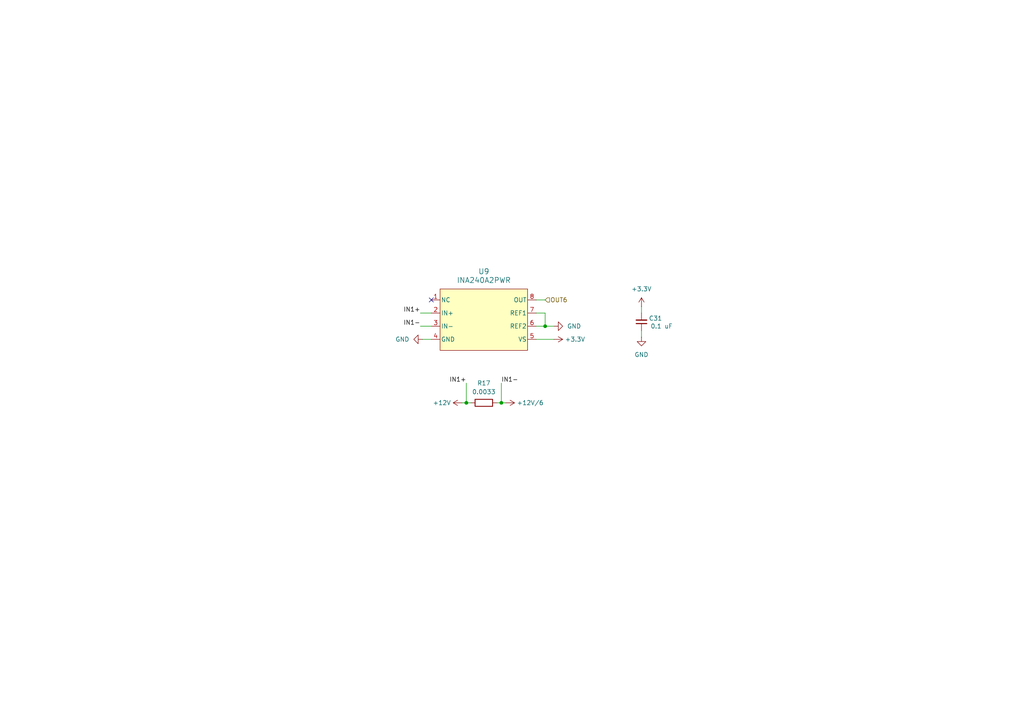
<source format=kicad_sch>
(kicad_sch (version 20231120) (generator "eeschema") (generator_version "8.0")
  (paper "A4")
  (lib_symbols
    (symbol "Device:C_Small" (pin_numbers hide) (pin_names (offset 0.254) hide)
      (property "Reference" "C" (at 0.254 1.778 0))
      (property "Value" "C_Small" (at 0.254 -2.032 0))
      (symbol "C_Small_0_1"
        (polyline (pts (xy -1.524 -0.508) (xy 1.524 -0.508)) (stroke (width 0.3302)))
        (polyline (pts (xy -1.524 0.508) (xy 1.524 0.508)) (stroke (width 0.3048)))
      )
      (symbol "C_Small_1_1"
        (pin passive line (at 0 2.54 270) (length 2.032) (name "~") (number "1"))
        (pin passive line (at 0 -2.54 90) (length 2.032) (name "~") (number "2"))
      )
    )
    (symbol "Device:R" (pin_numbers hide) (pin_names (offset 0))
      (property "Reference" "R" (at 2.032 0 90))
      (property "Value" "R" (at 0 0 90))
      (symbol "R_0_1"
        (rectangle (start -1.016 -2.54) (end 1.016 2.54) (stroke (width 0.254)))
      )
      (symbol "R_1_1"
        (pin passive line (at 0 3.81 270) (length 1.27) (name "~") (number "1"))
        (pin passive line (at 0 -3.81 90) (length 1.27) (name "~") (number "2"))
      )
    )
    (symbol "INA240A2PWR:INA240A2PWR" (pin_names (offset 0.254))
      (property "Reference" "U" (at 20.32 10.16 0))
      (property "Value" "INA240A2PWR" (at 20.32 7.62 0))
      (symbol "INA240A2PWR_1_1"
        (rectangle (start 7.62 5.08) (end 33.02 -12.7) (fill (type background)))
        (pin unspecified line (at 5.08 1.905 0) (length 2.54) (name "NC") (number "1"))
        (pin input line (at 5.08 -1.905 0) (length 2.54) (name "IN+") (number "2"))
        (pin input line (at 5.08 -5.715 0) (length 2.54) (name "IN-") (number "3"))
        (pin power_in line (at 5.08 -9.525 0) (length 2.54) (name "GND") (number "4"))
        (pin power_in line (at 35.56 -9.525 180) (length 2.54) (name "VS") (number "5"))
        (pin input line (at 35.56 -5.715 180) (length 2.54) (name "REF2") (number "6"))
        (pin input line (at 35.56 -1.905 180) (length 2.54) (name "REF1") (number "7"))
        (pin output line (at 35.56 1.905 180) (length 2.54) (name "OUT") (number "8"))
      )
    )
    (symbol "power:+12V" (power) (pin_numbers hide) (pin_names (offset 0) hide)
      (property "Value" "+12V" (at 0 3.556 0))
      (symbol "+12V_0_1"
        (polyline (pts (xy -0.762 1.27) (xy 0 2.54)))
        (polyline (pts (xy 0 0) (xy 0 2.54)))
        (polyline (pts (xy 0 2.54) (xy 0.762 1.27)))
      )
      (symbol "+12V_1_1"
        (pin power_in line (at 0 0 90) (length 0) (name "~") (number "1"))
      )
    )
    (symbol "power:+3.3V" (power) (pin_numbers hide) (pin_names (offset 0) hide)
      (property "Value" "+3.3V" (at 0 3.556 0))
      (symbol "+3.3V_0_1"
        (polyline (pts (xy -0.762 1.27) (xy 0 2.54)))
        (polyline (pts (xy 0 0) (xy 0 2.54)))
        (polyline (pts (xy 0 2.54) (xy 0.762 1.27)))
      )
      (symbol "+3.3V_1_1"
        (pin power_in line (at 0 0 90) (length 0) (name "~") (number "1"))
      )
    )
    (symbol "power:+48V" (power) (pin_numbers hide) (pin_names (offset 0) hide)
      (property "Value" "+48V" (at 0 3.556 0))
      (symbol "+48V_0_1"
        (polyline (pts (xy -0.762 1.27) (xy 0 2.54)))
        (polyline (pts (xy 0 0) (xy 0 2.54)))
        (polyline (pts (xy 0 2.54) (xy 0.762 1.27)))
      )
      (symbol "+48V_1_1"
        (pin power_in line (at 0 0 90) (length 0) (name "~") (number "1"))
      )
    )
    (symbol "power:GND" (power) (pin_numbers hide) (pin_names (offset 0) hide)
      (property "Value" "GND" (at 0 -3.81 0))
      (symbol "GND_0_1"
        (polyline (pts (xy 0 0) (xy 0 -1.27) (xy 1.27 -1.27) (xy 0 -2.54) (xy -1.27 -1.27) (xy 0 -1.27)))
      )
      (symbol "GND_1_1"
        (pin power_in line (at 0 0 270) (length 0) (name "~") (number "1"))
      )
    )
  )
  (junction (at 158.115 94.615))
  (junction (at 135.255 116.84))
  (junction (at 145.415 116.84))
  (no_connect (at 125.095 86.995))
  (wire (pts (xy 186.055 95.885) (xy 186.055 97.79)))
  (wire (pts (xy 158.115 90.805) (xy 158.115 94.615)))
  (wire (pts (xy 155.575 90.805) (xy 158.115 90.805)))
  (wire (pts (xy 122.555 98.425) (xy 125.095 98.425)))
  (wire (pts (xy 144.145 116.84) (xy 145.415 116.84)))
  (wire (pts (xy 158.115 94.615) (xy 160.655 94.615)))
  (wire (pts (xy 121.92 90.805) (xy 125.095 90.805)))
  (wire (pts (xy 145.415 111.125) (xy 145.415 116.84)))
  (wire (pts (xy 155.575 94.615) (xy 158.115 94.615)))
  (wire (pts (xy 155.575 98.425) (xy 160.655 98.425)))
  (wire (pts (xy 135.255 116.84) (xy 136.525 116.84)))
  (wire (pts (xy 145.415 116.84) (xy 146.685 116.84)))
  (wire (pts (xy 135.255 111.125) (xy 135.255 116.84)))
  (wire (pts (xy 121.92 94.615) (xy 125.095 94.615)))
  (wire (pts (xy 133.985 116.84) (xy 135.255 116.84)))
  (wire (pts (xy 155.575 86.995) (xy 158.115 86.995)))
  (wire (pts (xy 186.055 88.9) (xy 186.055 90.805)))
  (label "IN1-" (at 121.92 94.615 180))
  (label "IN1-" (at 145.415 111.125 0))
  (label "IN1+" (at 135.255 111.125 180))
  (label "IN1+" (at 121.92 90.805 180))
  (hierarchical_label "OUT6" (shape input) (at 158.115 86.995 0))
  (symbol (lib_id "power:GND") (at 122.555 98.425 270) (unit 1)
    (property "Reference" "#PWR084" (effects (hide yes)))
    (property "Value" "GND" (at 118.745 98.4249 90) (effects (justify right)))
    (property "Description" "Power symbol creates a global label with name \"GND\" , ground" (effects (hide yes)))
  )
  (symbol (lib_id "INA240A2PWR:INA240A2PWR") (at 120.015 88.9 0) (unit 1)
    (property "Reference" "U9" (at 140.335 78.74 0) (effects (font (size 1.524 1.524))))
    (property "Value" "INA240A2PWR" (at 140.335 81.28 0) (effects (font (size 1.524 1.524))))
    (property "Footprint" "INA240A2PWR:PW0008A_M" (effects (hide yes)))
    (property "Datasheet" "https://www.ti.com/lit/gpn/ina240" (effects (hide yes)))
    (property "Description" "IC CURR SENSE 1 CIRCUIT 8TSSOP" (effects (hide yes)))
    (property "Mfr." "Texas Instruments" (effects (hide yes)))
    (property "Part #" "INA240A2PWR" (effects (hide yes)))
    (property "Price" "$2.426" (effects (hide yes)))
    (property "Order Link" "https://www.digikey.com/en/products/detail/texas-instruments/INA240A2PWR/6562018" (effects (hide yes)))
  )
  (symbol (lib_id "power:+48V") (at 133.985 116.84 90) (unit 1)
    (property "Reference" "#PWR085" (effects (hide yes)))
    (property "Value" "+12V" (at 130.81 116.8399 90) (effects (justify left)))
    (property "Description" "Power symbol creates a global label with name \"+48V\"" (effects (hide yes)))
  )
  (symbol (lib_id "power:+12V") (at 146.685 116.84 270) (unit 1)
    (property "Reference" "#PWR086" (effects (hide yes)))
    (property "Value" "+12V/6" (at 153.797 116.84 90))
    (property "Description" "Power symbol creates a global label with name \"+12V\"" (effects (hide yes)))
  )
  (symbol (lib_id "power:GND") (at 160.655 94.615 90) (unit 1)
    (property "Reference" "#PWR087" (effects (hide yes)))
    (property "Value" "GND" (at 164.465 94.6149 90) (effects (justify right)))
    (property "Description" "Power symbol creates a global label with name \"GND\" , ground" (effects (hide yes)))
  )
  (symbol (lib_id "Device:C_Small") (at 186.055 93.345 180) (unit 1)
    (property "Reference" "C31" (at 190.119 92.329 0))
    (property "Value" "0.1 uF" (at 191.897 94.615 0))
    (property "Footprint" "0805 Ceramic Capacitor:CAPC2012X140N" (effects (hide yes)))
    (property "Datasheet" "https://content.kemet.com/datasheets/KEM_C1023_X7R_AUTO_SMD.pdf" (effects (hide yes)))
    (property "Description" "0.1 uF 0805 Ceramic Capacitor - Automotive, Bypass, Decoupling" (effects (hide yes)))
    (property "Mfr." "KEMET" (effects (hide yes)))
    (property "Part #" "C0805C104J5RACAUTO" (effects (hide yes)))
    (property "Price" "$0.109" (effects (hide yes)))
    (property "Order Link" "https://www.digikey.com/en/products/detail/kemet/C0805C104J5RACAUTO/3314919" (effects (hide yes)))
  )
  (symbol (lib_id "power:GND") (at 186.055 97.79 0) (unit 1)
    (property "Reference" "#PWR090" (effects (hide yes)))
    (property "Value" "GND" (at 186.055 102.87 0))
    (property "Description" "Power symbol creates a global label with name \"GND\" , ground" (effects (hide yes)))
  )
  (symbol (lib_id "Device:R") (at 140.335 116.84 90) (unit 1)
    (property "Reference" "R17" (at 140.335 111.125 90))
    (property "Value" "0.0033" (at 140.335 113.665 90))
    (property "Footprint" "WSLP25123L300DEA:RES_VISHAY_WSLP2512_A_VIS" (effects (hide yes)))
    (property "Datasheet" "https://www.vishay.com/docs/30122/wslp.pdf" (effects (hide yes)))
    (property "Description" "RES 0.0033 OHM 0.5% 3W 2512" (effects (hide yes)))
    (property "Mfr." "Vishay Dale" (effects (hide yes)))
    (property "Part #" "WSLP25123L300DEA" (effects (hide yes)))
    (property "Price" "$2.767" (effects (hide yes)))
    (property "Order Link" "https://www.digikey.com/en/products/detail/vishay-dale/WSLP25123L300DEA/9755540" (effects (hide yes)))
  )
  (symbol (lib_id "power:+3.3V") (at 160.655 98.425 270) (unit 1)
    (property "Reference" "#PWR088" (effects (hide yes)))
    (property "Value" "+3.3V" (at 163.83 98.4249 90) (effects (justify left)))
    (property "Description" "Power symbol creates a global label with name \"+3.3V\"" (effects (hide yes)))
  )
  (symbol (lib_id "power:+3.3V") (at 186.055 88.9 0) (unit 1)
    (property "Reference" "#PWR089" (effects (hide yes)))
    (property "Value" "+3.3V" (at 186.055 83.82 0))
    (property "Description" "Power symbol creates a global label with name \"+3.3V\"" (effects (hide yes)))
  )
)
</source>
